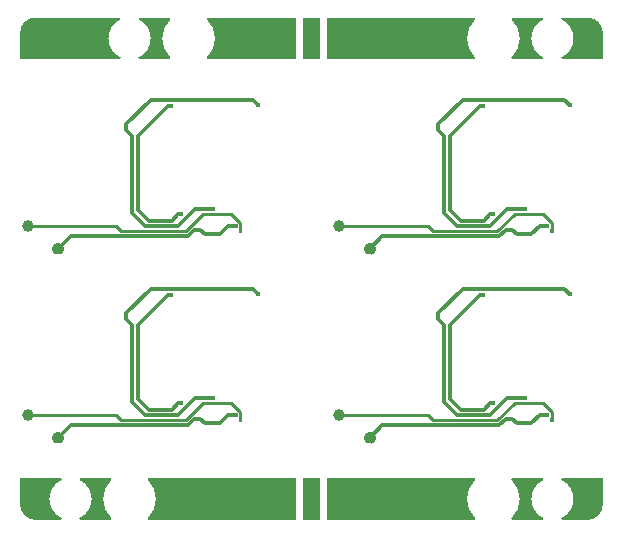
<source format=gbr>
*
%FSLAX26Y26*%
%MOIN*%
%ADD10C,0.038717*%
%ADD11C,0.041000*%
%ADD12C,0.013000*%
%ADD13C,0.011000*%
%ADD14C,0.015900*%
%ADD15C,0.001825*%
%ADD16C,0.001600*%
%ADD17C,0.015748*%
%ADD18C,0.005000*%
%ADD19C,0.035433*%
%IPPOS*%
%LNl3.gbr*%
%LPD*%
G75*
G54D10*
X57874Y101575D03*
G54D11*
X159449Y27560D03*
G54D12*
X724886Y102363D02*
X750787D01*
X724886D02*
X697728Y75205D01*
X648811D01*
X633858Y90158D01*
X614764D01*
X200929Y69040D02*
X159449Y27560D01*
X611996Y90158D02*
X614764D01*
X611996D02*
X590878Y69040D01*
X200929D01*
X468110Y524016D02*
X807480D01*
X825000Y506497D01*
Y505906D01*
X468110Y524016D02*
X387008Y442914D01*
X449213Y102363D02*
X559055D01*
X449213D02*
X405906Y145670D01*
Y351575D01*
Y404331D01*
X387008Y423229D01*
Y442914D01*
X676378Y159449D02*
X616142D01*
X559055Y102363D01*
X560236Y141733D02*
X568898D01*
X560236D02*
X538583Y120079D01*
X462669D02*
X426449Y156300D01*
X462669Y120079D02*
X538583D01*
X536220Y501575D02*
X525201D01*
X426449Y402823D01*
Y156300D01*
G54D13*
X352756Y101575D02*
X57874D01*
X352756D02*
X369291Y85040D01*
X584252D01*
X766535Y86615D02*
Y111812D01*
X642693Y143481D02*
X584252Y85040D01*
X642693Y143481D02*
X734866D01*
X766535Y111812D01*
G54D14*
X750787Y102363D03*
X614764Y90158D03*
X825000Y505906D03*
X405906Y351575D03*
X676378Y159449D03*
X568898Y141733D03*
X536220Y501575D03*
X766535Y86615D03*
%LPC*%
G75*
X766535Y86615D02*
G54D15*
X758848Y106022D02*
Y98704D01*
G54D16*
X679570Y151281D02*
X673186D01*
G54D17*
X3937Y39371D02*
X4087Y35938D01*
X4535Y32536D01*
X5280Y29182D01*
X6311Y25906D01*
X7626Y22733D01*
X9213Y19686D01*
X11055Y16788D01*
X13150Y14064D01*
X15468Y11532D01*
X18000Y9213D01*
X20724Y7119D01*
X23622Y5276D01*
X26669Y3690D01*
X29843Y2375D01*
X33118Y1343D01*
X36472Y599D01*
X39874Y150D01*
X43307Y1D01*
X897638D01*
X901071Y150D01*
X904472Y599D01*
X907827Y1343D01*
X911102Y2375D01*
X914276Y3690D01*
X917323Y5276D01*
X920220Y7119D01*
X922945Y9213D01*
X925476Y11532D01*
X927795Y14064D01*
X929890Y16788D01*
X931732Y19686D01*
X933319Y22733D01*
X934634Y25906D01*
X935665Y29182D01*
X936409Y32536D01*
X936858Y35938D01*
X937008Y39371D01*
Y78741D01*
X937083Y80457D01*
X937307Y82158D01*
X937677Y83835D01*
X938197Y85473D01*
X938850Y87060D01*
X939646Y88583D01*
X940567Y90032D01*
X941614Y91394D01*
X942772Y92662D01*
X944039Y93819D01*
X945402Y94867D01*
X946850Y95788D01*
X948374Y96583D01*
X949961Y97237D01*
X951598Y97756D01*
X953276Y98127D01*
X954976Y98351D01*
X956693Y98426D01*
X957378Y98457D01*
X958059Y98544D01*
X958732Y98693D01*
X959386Y98902D01*
X960020Y99162D01*
X960630Y99481D01*
X961209Y99851D01*
X961756Y100268D01*
X962260Y100733D01*
X962724Y101237D01*
X963142Y101784D01*
X963512Y102363D01*
X963831Y102973D01*
X964091Y103607D01*
X964299Y104260D01*
X964449Y104934D01*
X964535Y105615D01*
X964567Y106300D01*
Y448819D01*
X964551Y449162D01*
X964508Y449504D01*
X964433Y449839D01*
X964331Y450166D01*
X964197Y450485D01*
X964039Y450788D01*
X963854Y451079D01*
X963646Y451351D01*
X963413Y451603D01*
X963161Y451835D01*
X962890Y452044D01*
X962598Y452229D01*
X962295Y452386D01*
X961976Y452520D01*
X961650Y452623D01*
X961315Y452697D01*
X960972Y452741D01*
X960630Y452756D01*
X958913Y452831D01*
X957213Y453056D01*
X955535Y453426D01*
X953898Y453945D01*
X952311Y454599D01*
X950787Y455394D01*
X949339Y456316D01*
X947976Y457363D01*
X946709Y458520D01*
X945551Y459788D01*
X944504Y461150D01*
X943583Y462599D01*
X942787Y464123D01*
X942134Y465709D01*
X941614Y467347D01*
X941244Y469024D01*
X941020Y470725D01*
X940945Y472441D01*
Y511812D01*
X940795Y515245D01*
X940346Y518646D01*
X939602Y522001D01*
X938571Y525276D01*
X937256Y528449D01*
X935669Y531497D01*
X933827Y534394D01*
X931732Y537119D01*
X929413Y539650D01*
X926882Y541969D01*
X924157Y544064D01*
X921260Y545906D01*
X918213Y547493D01*
X915039Y548808D01*
X911764Y549839D01*
X908409Y550583D01*
X905008Y551032D01*
X901575Y551182D01*
X43307D01*
X39874Y551032D01*
X36472Y550583D01*
X33118Y549839D01*
X29843Y548808D01*
X26669Y547493D01*
X23622Y545906D01*
X20724Y544064D01*
X18000Y541969D01*
X15468Y539650D01*
X13150Y537119D01*
X11055Y534394D01*
X9213Y531497D01*
X7626Y528449D01*
X6311Y525276D01*
X5280Y522001D01*
X4535Y518646D01*
X4087Y515245D01*
X3937Y511812D01*
Y39371D01*
G54D18*
X758044Y92394D02*
Y80654D01*
G54D17*
X-3343Y1D02*
X968204D01*
X964567Y-13511D02*
Y542672D01*
X956047Y551182D02*
X4761D01*
X3937Y552802D02*
Y2698D01*
G54D19*
X124433Y559831D03*
X157898D03*
X191362D03*
X224827D03*
X258291D03*
X669616D03*
X703080D03*
X736545D03*
X770009D03*
X803474D03*
X124433Y-8580D03*
X157898D03*
X191362D03*
X224827D03*
X258291D03*
X669616D03*
X703080D03*
X736545D03*
X770009D03*
X803474D03*
%LPD*%
G75*
X803474Y-8580D02*
G54D10*
X57874Y731497D03*
G54D11*
X159449Y657481D03*
G54D12*
X724886Y732284D02*
X750787D01*
X724886D02*
X697728Y705127D01*
X648811D01*
X633858Y720079D01*
X614764D01*
X200929Y698961D02*
X159449Y657481D01*
X611996Y720079D02*
X614764D01*
X611996D02*
X590878Y698961D01*
X200929D01*
X468110Y1153938D02*
X807480D01*
X825000Y1136418D01*
Y1135827D01*
X468110Y1153938D02*
X387008Y1072835D01*
X449213Y732284D02*
X559055D01*
X449213D02*
X405906Y775591D01*
Y981497D01*
Y1034253D01*
X387008Y1053150D01*
Y1072835D01*
X676378Y789371D02*
X616142D01*
X559055Y732284D01*
X560236Y771654D02*
X568898D01*
X560236D02*
X538583Y750001D01*
X462669D02*
X426449Y786221D01*
X462669Y750001D02*
X538583D01*
X536220Y1131497D02*
X525201D01*
X426449Y1032745D01*
Y786221D01*
G54D13*
X352756Y731497D02*
X57874D01*
X352756D02*
X369291Y714961D01*
X584252D01*
X766535Y716536D02*
Y741733D01*
X642693Y773402D02*
X584252Y714961D01*
X642693Y773402D02*
X734866D01*
X766535Y741733D01*
G54D14*
X750787Y732284D03*
X614764Y720079D03*
X825000Y1135827D03*
X405906Y981497D03*
X676378Y789371D03*
X568898Y771654D03*
X536220Y1131497D03*
X766535Y716536D03*
%LPC*%
G75*
X766535Y716536D02*
G54D15*
X758848Y735943D02*
Y728625D01*
G54D16*
X679570Y781202D02*
X673186D01*
G54D17*
X3937Y669292D02*
X4087Y665859D01*
X4535Y662457D01*
X5280Y659103D01*
X6311Y655827D01*
X7626Y652654D01*
X9213Y649607D01*
X11055Y646709D01*
X13150Y643985D01*
X15468Y641453D01*
X18000Y639134D01*
X20724Y637040D01*
X23622Y635197D01*
X26669Y633611D01*
X29843Y632296D01*
X33118Y631264D01*
X36472Y630520D01*
X39874Y630071D01*
X43307Y629922D01*
X897638D01*
X901071Y630071D01*
X904472Y630520D01*
X907827Y631264D01*
X911102Y632296D01*
X914276Y633611D01*
X917323Y635197D01*
X920220Y637040D01*
X922945Y639134D01*
X925476Y641453D01*
X927795Y643985D01*
X929890Y646709D01*
X931732Y649607D01*
X933319Y652654D01*
X934634Y655827D01*
X935665Y659103D01*
X936409Y662457D01*
X936858Y665859D01*
X937008Y669292D01*
Y708662D01*
X937083Y710379D01*
X937307Y712079D01*
X937677Y713756D01*
X938197Y715394D01*
X938850Y716981D01*
X939646Y718504D01*
X940567Y719953D01*
X941614Y721316D01*
X942772Y722583D01*
X944039Y723741D01*
X945402Y724788D01*
X946850Y725709D01*
X948374Y726504D01*
X949961Y727158D01*
X951598Y727678D01*
X953276Y728048D01*
X954976Y728272D01*
X956693Y728347D01*
X957378Y728379D01*
X958059Y728465D01*
X958732Y728615D01*
X959386Y728823D01*
X960020Y729083D01*
X960630Y729402D01*
X961209Y729772D01*
X961756Y730190D01*
X962260Y730654D01*
X962724Y731158D01*
X963142Y731705D01*
X963512Y732284D01*
X963831Y732894D01*
X964091Y733528D01*
X964299Y734182D01*
X964449Y734855D01*
X964535Y735536D01*
X964567Y736221D01*
Y1078741D01*
X964551Y1079083D01*
X964508Y1079426D01*
X964433Y1079760D01*
X964331Y1080087D01*
X964197Y1080406D01*
X964039Y1080709D01*
X963854Y1081001D01*
X963646Y1081272D01*
X963413Y1081524D01*
X963161Y1081756D01*
X962890Y1081965D01*
X962598Y1082150D01*
X962295Y1082308D01*
X961976Y1082441D01*
X961650Y1082544D01*
X961315Y1082619D01*
X960972Y1082662D01*
X960630Y1082678D01*
X958913Y1082753D01*
X957213Y1082977D01*
X955535Y1083347D01*
X953898Y1083867D01*
X952311Y1084520D01*
X950787Y1085316D01*
X949339Y1086237D01*
X947976Y1087284D01*
X946709Y1088441D01*
X945551Y1089709D01*
X944504Y1091071D01*
X943583Y1092520D01*
X942787Y1094044D01*
X942134Y1095630D01*
X941614Y1097268D01*
X941244Y1098945D01*
X941020Y1100646D01*
X940945Y1102363D01*
Y1141733D01*
X940795Y1145166D01*
X940346Y1148567D01*
X939602Y1151922D01*
X938571Y1155197D01*
X937256Y1158371D01*
X935669Y1161418D01*
X933827Y1164316D01*
X931732Y1167040D01*
X929413Y1169571D01*
X926882Y1171890D01*
X924157Y1173985D01*
X921260Y1175827D01*
X918213Y1177414D01*
X915039Y1178729D01*
X911764Y1179760D01*
X908409Y1180504D01*
X905008Y1180953D01*
X901575Y1181103D01*
X43307D01*
X39874Y1180953D01*
X36472Y1180504D01*
X33118Y1179760D01*
X29843Y1178729D01*
X26669Y1177414D01*
X23622Y1175827D01*
X20724Y1173985D01*
X18000Y1171890D01*
X15468Y1169571D01*
X13150Y1167040D01*
X11055Y1164316D01*
X9213Y1161418D01*
X7626Y1158371D01*
X6311Y1155197D01*
X5280Y1151922D01*
X4535Y1148567D01*
X4087Y1145166D01*
X3937Y1141733D01*
Y669292D01*
G54D18*
X758044Y722316D02*
Y710576D01*
G54D17*
X-3343Y629922D02*
X968204D01*
X964567Y616410D02*
Y1172593D01*
X956047Y1181103D02*
X4761D01*
X3937Y1182724D02*
Y632619D01*
G54D19*
X124433Y1189752D03*
X157898D03*
X191362D03*
X224827D03*
X258291D03*
X669616D03*
X703080D03*
X736545D03*
X770009D03*
X803474D03*
X124433Y621341D03*
X157898D03*
X191362D03*
X224827D03*
X258291D03*
X669616D03*
X703080D03*
X736545D03*
X770009D03*
X803474D03*
%LPD*%
G75*
X803474Y621341D02*
G54D10*
X1097244Y101575D03*
G54D11*
X1198819Y27560D03*
G54D12*
X1764256Y102363D02*
X1790157D01*
X1764256D02*
X1737098Y75205D01*
X1688181D01*
X1673228Y90158D01*
X1654134D01*
X1240299Y69040D02*
X1198819Y27560D01*
X1651366Y90158D02*
X1654134D01*
X1651366D02*
X1630248Y69040D01*
X1240299D01*
X1507480Y524016D02*
X1846850D01*
X1864370Y506497D01*
Y505906D01*
X1507480Y524016D02*
X1426378Y442914D01*
X1488583Y102363D02*
X1598425D01*
X1488583D02*
X1445276Y145670D01*
Y351575D01*
Y404331D01*
X1426378Y423229D01*
Y442914D01*
X1715748Y159449D02*
X1655512D01*
X1598425Y102363D01*
X1599606Y141733D02*
X1608268D01*
X1599606D02*
X1577953Y120079D01*
X1502039D02*
X1465819Y156300D01*
X1502039Y120079D02*
X1577953D01*
X1575591Y501575D02*
X1564571D01*
X1465819Y402823D01*
Y156300D01*
G54D13*
X1392126Y101575D02*
X1097244D01*
X1392126D02*
X1408661Y85040D01*
X1623622D01*
X1805906Y86615D02*
Y111812D01*
X1682063Y143481D02*
X1623622Y85040D01*
X1682063Y143481D02*
X1774236D01*
X1805906Y111812D01*
G54D14*
X1790157Y102363D03*
X1654134Y90158D03*
X1864370Y505906D03*
X1445276Y351575D03*
X1715748Y159449D03*
X1608268Y141733D03*
X1575591Y501575D03*
X1805906Y86615D03*
%LPC*%
G75*
X1805906Y86615D02*
G54D15*
X1798218Y106022D02*
Y98704D01*
G54D16*
X1718940Y151281D02*
X1712556D01*
G54D17*
X1043307Y39371D02*
X1043457Y35938D01*
X1043906Y32536D01*
X1044650Y29182D01*
X1045681Y25906D01*
X1046996Y22733D01*
X1048583Y19686D01*
X1050425Y16788D01*
X1052520Y14064D01*
X1054839Y11532D01*
X1057370Y9213D01*
X1060094Y7119D01*
X1062992Y5276D01*
X1066039Y3690D01*
X1069213Y2375D01*
X1072488Y1343D01*
X1075843Y599D01*
X1079244Y150D01*
X1082677Y1D01*
X1937008D01*
X1940441Y150D01*
X1943843Y599D01*
X1947197Y1343D01*
X1950472Y2375D01*
X1953646Y3690D01*
X1956693Y5276D01*
X1959591Y7119D01*
X1962315Y9213D01*
X1964846Y11532D01*
X1967165Y14064D01*
X1969260Y16788D01*
X1971102Y19686D01*
X1972689Y22733D01*
X1974004Y25906D01*
X1975035Y29182D01*
X1975780Y32536D01*
X1976228Y35938D01*
X1976378Y39371D01*
Y78741D01*
X1976453Y80457D01*
X1976677Y82158D01*
X1977047Y83835D01*
X1977567Y85473D01*
X1978220Y87060D01*
X1979016Y88583D01*
X1979937Y90032D01*
X1980984Y91394D01*
X1982142Y92662D01*
X1983409Y93819D01*
X1984772Y94867D01*
X1986220Y95788D01*
X1987744Y96583D01*
X1989331Y97237D01*
X1990968Y97756D01*
X1992646Y98127D01*
X1994346Y98351D01*
X1996063Y98426D01*
X1996748Y98457D01*
X1997429Y98544D01*
X1998102Y98693D01*
X1998756Y98902D01*
X1999390Y99162D01*
X2000000Y99481D01*
X2000579Y99851D01*
X2001126Y100268D01*
X2001630Y100733D01*
X2002094Y101237D01*
X2002512Y101784D01*
X2002882Y102363D01*
X2003201Y102973D01*
X2003461Y103607D01*
X2003669Y104260D01*
X2003819Y104934D01*
X2003906Y105615D01*
X2003937Y106300D01*
Y448819D01*
X2003921Y449162D01*
X2003878Y449504D01*
X2003803Y449839D01*
X2003701Y450166D01*
X2003567Y450485D01*
X2003409Y450788D01*
X2003224Y451079D01*
X2003016Y451351D01*
X2002783Y451603D01*
X2002531Y451835D01*
X2002260Y452044D01*
X2001968Y452229D01*
X2001665Y452386D01*
X2001346Y452520D01*
X2001020Y452623D01*
X2000685Y452697D01*
X2000343Y452741D01*
X2000000Y452756D01*
X1998283Y452831D01*
X1996583Y453056D01*
X1994906Y453426D01*
X1993268Y453945D01*
X1991681Y454599D01*
X1990157Y455394D01*
X1988709Y456316D01*
X1987346Y457363D01*
X1986079Y458520D01*
X1984921Y459788D01*
X1983874Y461150D01*
X1982953Y462599D01*
X1982157Y464123D01*
X1981504Y465709D01*
X1980984Y467347D01*
X1980614Y469024D01*
X1980390Y470725D01*
X1980315Y472441D01*
Y511812D01*
X1980165Y515245D01*
X1979717Y518646D01*
X1978972Y522001D01*
X1977941Y525276D01*
X1976626Y528449D01*
X1975039Y531497D01*
X1973197Y534394D01*
X1971102Y537119D01*
X1968783Y539650D01*
X1966252Y541969D01*
X1963528Y544064D01*
X1960630Y545906D01*
X1957583Y547493D01*
X1954409Y548808D01*
X1951134Y549839D01*
X1947780Y550583D01*
X1944378Y551032D01*
X1940945Y551182D01*
X1082677D01*
X1079244Y551032D01*
X1075843Y550583D01*
X1072488Y549839D01*
X1069213Y548808D01*
X1066039Y547493D01*
X1062992Y545906D01*
X1060094Y544064D01*
X1057370Y541969D01*
X1054839Y539650D01*
X1052520Y537119D01*
X1050425Y534394D01*
X1048583Y531497D01*
X1046996Y528449D01*
X1045681Y525276D01*
X1044650Y522001D01*
X1043906Y518646D01*
X1043457Y515245D01*
X1043307Y511812D01*
Y39371D01*
G54D18*
X1797414Y92394D02*
Y80654D01*
G54D17*
X1036027Y1D02*
X2007574D01*
X2003937Y-13511D02*
Y542672D01*
X1995417Y551182D02*
X1044131D01*
X1043307Y552802D02*
Y2698D01*
G54D19*
X1163803Y559831D03*
X1197268D03*
X1230732D03*
X1264197D03*
X1297661D03*
X1708986D03*
X1742450D03*
X1775915D03*
X1809379D03*
X1842844D03*
X1163803Y-8580D03*
X1197268D03*
X1230732D03*
X1264197D03*
X1297661D03*
X1708986D03*
X1742450D03*
X1775915D03*
X1809379D03*
X1842844D03*
%LPD*%
G75*
X1842844Y-8580D02*
G54D10*
X1097244Y731497D03*
G54D11*
X1198819Y657481D03*
G54D12*
X1764256Y732284D02*
X1790157D01*
X1764256D02*
X1737098Y705127D01*
X1688181D01*
X1673228Y720079D01*
X1654134D01*
X1240299Y698961D02*
X1198819Y657481D01*
X1651366Y720079D02*
X1654134D01*
X1651366D02*
X1630248Y698961D01*
X1240299D01*
X1507480Y1153938D02*
X1846850D01*
X1864370Y1136418D01*
Y1135827D01*
X1507480Y1153938D02*
X1426378Y1072835D01*
X1488583Y732284D02*
X1598425D01*
X1488583D02*
X1445276Y775591D01*
Y981497D01*
Y1034253D01*
X1426378Y1053150D01*
Y1072835D01*
X1715748Y789371D02*
X1655512D01*
X1598425Y732284D01*
X1599606Y771654D02*
X1608268D01*
X1599606D02*
X1577953Y750001D01*
X1502039D02*
X1465819Y786221D01*
X1502039Y750001D02*
X1577953D01*
X1575591Y1131497D02*
X1564571D01*
X1465819Y1032745D01*
Y786221D01*
G54D13*
X1392126Y731497D02*
X1097244D01*
X1392126D02*
X1408661Y714961D01*
X1623622D01*
X1805906Y716536D02*
Y741733D01*
X1682063Y773402D02*
X1623622Y714961D01*
X1682063Y773402D02*
X1774236D01*
X1805906Y741733D01*
G54D14*
X1790157Y732284D03*
X1654134Y720079D03*
X1864370Y1135827D03*
X1445276Y981497D03*
X1715748Y789371D03*
X1608268Y771654D03*
X1575591Y1131497D03*
X1805906Y716536D03*
%LPC*%
G75*
X1805906Y716536D02*
G54D15*
X1798218Y735943D02*
Y728625D01*
G54D16*
X1718940Y781202D02*
X1712556D01*
G54D17*
X1043307Y669292D02*
X1043457Y665859D01*
X1043906Y662457D01*
X1044650Y659103D01*
X1045681Y655827D01*
X1046996Y652654D01*
X1048583Y649607D01*
X1050425Y646709D01*
X1052520Y643985D01*
X1054839Y641453D01*
X1057370Y639134D01*
X1060094Y637040D01*
X1062992Y635197D01*
X1066039Y633611D01*
X1069213Y632296D01*
X1072488Y631264D01*
X1075843Y630520D01*
X1079244Y630071D01*
X1082677Y629922D01*
X1937008D01*
X1940441Y630071D01*
X1943843Y630520D01*
X1947197Y631264D01*
X1950472Y632296D01*
X1953646Y633611D01*
X1956693Y635197D01*
X1959591Y637040D01*
X1962315Y639134D01*
X1964846Y641453D01*
X1967165Y643985D01*
X1969260Y646709D01*
X1971102Y649607D01*
X1972689Y652654D01*
X1974004Y655827D01*
X1975035Y659103D01*
X1975780Y662457D01*
X1976228Y665859D01*
X1976378Y669292D01*
Y708662D01*
X1976453Y710379D01*
X1976677Y712079D01*
X1977047Y713756D01*
X1977567Y715394D01*
X1978220Y716981D01*
X1979016Y718504D01*
X1979937Y719953D01*
X1980984Y721316D01*
X1982142Y722583D01*
X1983409Y723741D01*
X1984772Y724788D01*
X1986220Y725709D01*
X1987744Y726504D01*
X1989331Y727158D01*
X1990968Y727678D01*
X1992646Y728048D01*
X1994346Y728272D01*
X1996063Y728347D01*
X1996748Y728379D01*
X1997429Y728465D01*
X1998102Y728615D01*
X1998756Y728823D01*
X1999390Y729083D01*
X2000000Y729402D01*
X2000579Y729772D01*
X2001126Y730190D01*
X2001630Y730654D01*
X2002094Y731158D01*
X2002512Y731705D01*
X2002882Y732284D01*
X2003201Y732894D01*
X2003461Y733528D01*
X2003669Y734182D01*
X2003819Y734855D01*
X2003906Y735536D01*
X2003937Y736221D01*
Y1078741D01*
X2003921Y1079083D01*
X2003878Y1079426D01*
X2003803Y1079760D01*
X2003701Y1080087D01*
X2003567Y1080406D01*
X2003409Y1080709D01*
X2003224Y1081001D01*
X2003016Y1081272D01*
X2002783Y1081524D01*
X2002531Y1081756D01*
X2002260Y1081965D01*
X2001968Y1082150D01*
X2001665Y1082308D01*
X2001346Y1082441D01*
X2001020Y1082544D01*
X2000685Y1082619D01*
X2000343Y1082662D01*
X2000000Y1082678D01*
X1998283Y1082753D01*
X1996583Y1082977D01*
X1994906Y1083347D01*
X1993268Y1083867D01*
X1991681Y1084520D01*
X1990157Y1085316D01*
X1988709Y1086237D01*
X1987346Y1087284D01*
X1986079Y1088441D01*
X1984921Y1089709D01*
X1983874Y1091071D01*
X1982953Y1092520D01*
X1982157Y1094044D01*
X1981504Y1095630D01*
X1980984Y1097268D01*
X1980614Y1098945D01*
X1980390Y1100646D01*
X1980315Y1102363D01*
Y1141733D01*
X1980165Y1145166D01*
X1979717Y1148567D01*
X1978972Y1151922D01*
X1977941Y1155197D01*
X1976626Y1158371D01*
X1975039Y1161418D01*
X1973197Y1164316D01*
X1971102Y1167040D01*
X1968783Y1169571D01*
X1966252Y1171890D01*
X1963528Y1173985D01*
X1960630Y1175827D01*
X1957583Y1177414D01*
X1954409Y1178729D01*
X1951134Y1179760D01*
X1947780Y1180504D01*
X1944378Y1180953D01*
X1940945Y1181103D01*
X1082677D01*
X1079244Y1180953D01*
X1075843Y1180504D01*
X1072488Y1179760D01*
X1069213Y1178729D01*
X1066039Y1177414D01*
X1062992Y1175827D01*
X1060094Y1173985D01*
X1057370Y1171890D01*
X1054839Y1169571D01*
X1052520Y1167040D01*
X1050425Y1164316D01*
X1048583Y1161418D01*
X1046996Y1158371D01*
X1045681Y1155197D01*
X1044650Y1151922D01*
X1043906Y1148567D01*
X1043457Y1145166D01*
X1043307Y1141733D01*
Y669292D01*
G54D18*
X1797414Y722316D02*
Y710576D01*
G54D17*
X1036027Y629922D02*
X2007574D01*
X2003937Y616410D02*
Y1172593D01*
X1995417Y1181103D02*
X1044131D01*
X1043307Y1182724D02*
Y632619D01*
G54D19*
X1163803Y1189752D03*
X1197268D03*
X1230732D03*
X1264197D03*
X1297661D03*
X1708986D03*
X1742450D03*
X1775915D03*
X1809379D03*
X1842844D03*
X1163803Y621341D03*
X1197268D03*
X1230732D03*
X1264197D03*
X1297661D03*
X1708986D03*
X1742450D03*
X1775915D03*
X1809379D03*
X1842844D03*
%LPD*%
G75*
X1842844Y621341D02*
G36*
X32937Y-196850D02*
Y-107740D01*
X169852D01*
G02X171104Y-113466I0J-3000D01*
G03X171104Y-240864I29684J-63699D01*
G02X169852Y-246590I-1252J-2726D01*
G01X82677D01*
G02X32937Y-196850I0J49740D01*
G37*
G36*
Y1377953D02*
G02X82677Y1427693I49740J0D01*
G01X366702D01*
G02X367954Y1421967I0J-3000D01*
G03X367954Y1294569I29684J-63699D01*
G02X366702Y1288843I-1252J-2726D01*
G01X32937D01*
Y1377953D01*
G37*
G36*
X230471Y-240864D02*
G03X230471Y-113466I-29684J63699D01*
G02X231723Y-107740I1252J2726D01*
G01X335442D01*
G02X337501Y-112930I8J-3000D01*
G03X337501Y-241400I60137J-64235D01*
G02X335442Y-246590I-2050J-2190D01*
G01X231723D01*
G02X230471Y-240864I0J3000D01*
G37*
G36*
X427321Y1294569D02*
G03X427321Y1421967I-29684J63699D01*
G02X428573Y1427693I1252J2726D01*
G01X532293D01*
G02X534351Y1422503I8J-3000D01*
G03X534351Y1294033I60137J-64235D01*
G02X532293Y1288843I-2050J-2190D01*
G01X428573D01*
G02X427321Y1294569I0J3000D01*
G37*
G36*
X457775Y-112930D02*
G02X459833Y-107740I2050J2190D01*
G01X952567D01*
Y-246590D01*
X459833D01*
G02X457775Y-241400I-8J3000D01*
G03X457775Y-112930I-60137J64235D01*
G37*
G36*
X654625Y1422503D02*
G02X656684Y1427693I2050J2190D01*
G01X952567D01*
Y1288843D01*
X656684D01*
G02X654625Y1294033I-8J3000D01*
G03X654625Y1422503I-60137J64235D01*
G37*
G36*
X976567Y-107740D02*
G01X1031307D01*
Y-246590D01*
X976567D01*
Y-107740D01*
G37*
G36*
Y1427693D02*
X1031307D01*
Y1288843D01*
X976567D01*
Y1427693D01*
G37*
G36*
X1055307Y-107740D02*
X1548041D01*
G02X1550099Y-112930I8J-3000D01*
G03X1550099Y-241400I60137J-64235D01*
G02X1548041Y-246590I-2050J-2190D01*
G01X1055307D01*
Y-107740D01*
G37*
G36*
Y1427693D02*
X1548041D01*
G02X1550099Y1422503I8J-3000D01*
G03X1550099Y1294033I60137J-64235D01*
G02X1548041Y1288843I-2050J-2190D01*
G01X1055307D01*
Y1427693D01*
G37*
G36*
X1670373Y-112930D02*
G02X1672432Y-107740I2050J2190D01*
G01X1776151D01*
G02X1777403Y-113466I0J-3000D01*
G03X1777403Y-240864I29684J-63699D01*
G02X1776151Y-246590I-1252J-2726D01*
G01X1672432D01*
G02X1670373Y-241400I-8J3000D01*
G03X1670373Y-112930I-60137J64235D01*
G37*
G36*
Y1422503D02*
G02X1672432Y1427693I2050J2190D01*
G01X1776151D01*
G02X1777403Y1421967I0J-3000D01*
G03X1777403Y1294569I29684J-63699D01*
G02X1776151Y1288843I-1252J-2726D01*
G01X1672432D01*
G02X1670373Y1294033I-8J3000D01*
G03X1670373Y1422503I-60137J64235D01*
G37*
G36*
X1836770Y-240864D02*
G03X1836770Y-113466I-29684J63699D01*
G02X1838022Y-107740I1252J2726D01*
G01X1974937D01*
Y-196850D01*
G02X1925197Y-246590I-49740J0D01*
G01X1838022D01*
G02X1836770Y-240864I0J3000D01*
G37*
G36*
Y1294569D02*
G03X1836770Y1421967I-29684J63699D01*
G02X1838022Y1427693I1252J2726D01*
G01X1925197D01*
G02X1974937Y1377953I0J-49740D01*
G01Y1288843D01*
X1838022D01*
G02X1836770Y1294569I0J3000D01*
G37*
M02*

</source>
